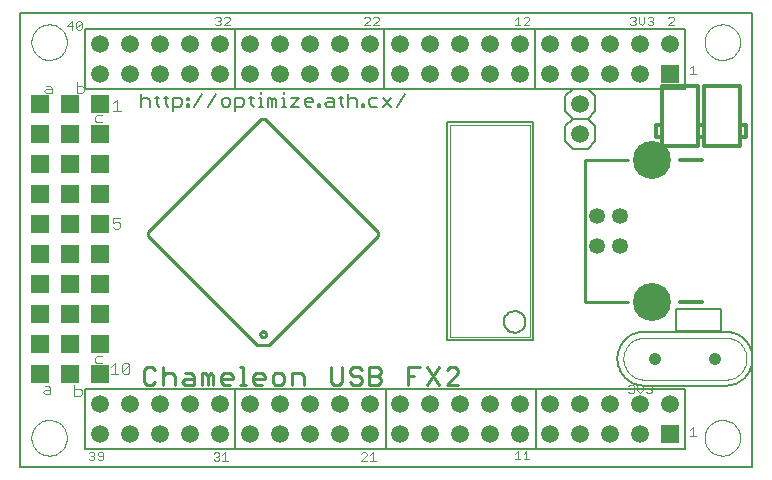
<source format=gbr>
G75*
G70*
%OFA0B0*%
%FSLAX24Y24*%
%IPPOS*%
%LPD*%
%AMOC8*
5,1,8,0,0,1.08239X$1,22.5*
%
%ADD10C,0.0079*%
%ADD11C,0.0110*%
%ADD12C,0.0080*%
%ADD13C,0.0000*%
%ADD14C,0.0059*%
%ADD15C,0.0040*%
%ADD16C,0.0060*%
%ADD17C,0.0020*%
%ADD18C,0.0531*%
%ADD19C,0.1266*%
%ADD20C,0.0100*%
%ADD21C,0.0120*%
%ADD22C,0.0413*%
%ADD23C,0.0591*%
%ADD24R,0.0591X0.0591*%
%ADD25C,0.0050*%
D10*
X001824Y001340D02*
X026234Y001340D01*
X026234Y016498D01*
X001824Y016498D01*
X001824Y001340D01*
D11*
X005960Y004196D02*
X006058Y004097D01*
X006255Y004097D01*
X006354Y004196D01*
X006604Y004097D02*
X006604Y004688D01*
X006703Y004491D02*
X006900Y004491D01*
X006998Y004392D01*
X006998Y004097D01*
X007249Y004196D02*
X007347Y004294D01*
X007643Y004294D01*
X007643Y004392D02*
X007643Y004097D01*
X007347Y004097D01*
X007249Y004196D01*
X007544Y004491D02*
X007643Y004392D01*
X007544Y004491D02*
X007347Y004491D01*
X007894Y004491D02*
X007992Y004491D01*
X008090Y004392D01*
X008189Y004491D01*
X008287Y004392D01*
X008287Y004097D01*
X008090Y004097D02*
X008090Y004392D01*
X007894Y004491D02*
X007894Y004097D01*
X008538Y004196D02*
X008636Y004097D01*
X008833Y004097D01*
X008932Y004294D02*
X008538Y004294D01*
X008538Y004196D02*
X008538Y004392D01*
X008636Y004491D01*
X008833Y004491D01*
X008932Y004392D01*
X008932Y004294D01*
X009183Y004097D02*
X009379Y004097D01*
X009281Y004097D02*
X009281Y004688D01*
X009183Y004688D01*
X009612Y004392D02*
X009711Y004491D01*
X009908Y004491D01*
X010006Y004392D01*
X010006Y004294D01*
X009612Y004294D01*
X009612Y004196D02*
X009612Y004392D01*
X009612Y004196D02*
X009711Y004097D01*
X009908Y004097D01*
X010257Y004196D02*
X010355Y004097D01*
X010552Y004097D01*
X010650Y004196D01*
X010650Y004392D01*
X010552Y004491D01*
X010355Y004491D01*
X010257Y004392D01*
X010257Y004196D01*
X010901Y004097D02*
X010901Y004491D01*
X011197Y004491D01*
X011295Y004392D01*
X011295Y004097D01*
X012190Y004196D02*
X012289Y004097D01*
X012486Y004097D01*
X012584Y004196D01*
X012584Y004688D01*
X012835Y004589D02*
X012835Y004491D01*
X012933Y004392D01*
X013130Y004392D01*
X013229Y004294D01*
X013229Y004196D01*
X013130Y004097D01*
X012933Y004097D01*
X012835Y004196D01*
X012835Y004589D02*
X012933Y004688D01*
X013130Y004688D01*
X013229Y004589D01*
X013479Y004688D02*
X013775Y004688D01*
X013873Y004589D01*
X013873Y004491D01*
X013775Y004392D01*
X013479Y004392D01*
X013775Y004392D02*
X013873Y004294D01*
X013873Y004196D01*
X013775Y004097D01*
X013479Y004097D01*
X013479Y004688D01*
X014769Y004688D02*
X014769Y004097D01*
X014769Y004392D02*
X014965Y004392D01*
X014769Y004688D02*
X015162Y004688D01*
X015413Y004688D02*
X015807Y004097D01*
X016058Y004097D02*
X016451Y004491D01*
X016451Y004589D01*
X016353Y004688D01*
X016156Y004688D01*
X016058Y004589D01*
X015807Y004688D02*
X015413Y004097D01*
X016058Y004097D02*
X016451Y004097D01*
X012190Y004196D02*
X012190Y004688D01*
X006703Y004491D02*
X006604Y004392D01*
X006354Y004589D02*
X006255Y004688D01*
X006058Y004688D01*
X005960Y004589D01*
X005960Y004196D01*
D12*
X006950Y013227D02*
X006950Y013647D01*
X007160Y013647D01*
X007230Y013577D01*
X007230Y013437D01*
X007160Y013367D01*
X006950Y013367D01*
X006783Y013367D02*
X006713Y013437D01*
X006713Y013717D01*
X006643Y013647D02*
X006783Y013647D01*
X006476Y013647D02*
X006336Y013647D01*
X006406Y013717D02*
X006406Y013437D01*
X006476Y013367D01*
X006156Y013367D02*
X006156Y013577D01*
X006086Y013647D01*
X005946Y013647D01*
X005876Y013577D01*
X005876Y013787D02*
X005876Y013367D01*
X007410Y013367D02*
X007410Y013437D01*
X007480Y013437D01*
X007480Y013367D01*
X007410Y013367D01*
X007410Y013577D02*
X007410Y013647D01*
X007480Y013647D01*
X007480Y013577D01*
X007410Y013577D01*
X007640Y013367D02*
X007921Y013787D01*
X008101Y013367D02*
X008381Y013787D01*
X008561Y013577D02*
X008561Y013437D01*
X008631Y013367D01*
X008771Y013367D01*
X008841Y013437D01*
X008841Y013577D01*
X008771Y013647D01*
X008631Y013647D01*
X008561Y013577D01*
X009021Y013647D02*
X009232Y013647D01*
X009302Y013577D01*
X009302Y013437D01*
X009232Y013367D01*
X009021Y013367D01*
X009021Y013227D02*
X009021Y013647D01*
X009482Y013647D02*
X009622Y013647D01*
X009552Y013717D02*
X009552Y013437D01*
X009622Y013367D01*
X009789Y013367D02*
X009929Y013367D01*
X009859Y013367D02*
X009859Y013647D01*
X009789Y013647D01*
X009859Y013787D02*
X009859Y013857D01*
X010096Y013647D02*
X010166Y013647D01*
X010236Y013577D01*
X010306Y013647D01*
X010376Y013577D01*
X010376Y013367D01*
X010236Y013367D02*
X010236Y013577D01*
X010096Y013647D02*
X010096Y013367D01*
X010556Y013367D02*
X010696Y013367D01*
X010626Y013367D02*
X010626Y013647D01*
X010556Y013647D01*
X010626Y013787D02*
X010626Y013857D01*
X010863Y013647D02*
X011143Y013647D01*
X010863Y013367D01*
X011143Y013367D01*
X011323Y013437D02*
X011323Y013577D01*
X011393Y013647D01*
X011533Y013647D01*
X011603Y013577D01*
X011603Y013507D01*
X011323Y013507D01*
X011323Y013437D02*
X011393Y013367D01*
X011533Y013367D01*
X011784Y013367D02*
X011854Y013367D01*
X011854Y013437D01*
X011784Y013437D01*
X011784Y013367D01*
X012014Y013437D02*
X012084Y013507D01*
X012294Y013507D01*
X012294Y013577D02*
X012294Y013367D01*
X012084Y013367D01*
X012014Y013437D01*
X012224Y013647D02*
X012294Y013577D01*
X012224Y013647D02*
X012084Y013647D01*
X012474Y013647D02*
X012614Y013647D01*
X012544Y013717D02*
X012544Y013437D01*
X012614Y013367D01*
X012781Y013367D02*
X012781Y013787D01*
X012851Y013647D02*
X012991Y013647D01*
X013061Y013577D01*
X013061Y013367D01*
X013241Y013367D02*
X013311Y013367D01*
X013311Y013437D01*
X013241Y013437D01*
X013241Y013367D01*
X013471Y013437D02*
X013471Y013577D01*
X013542Y013647D01*
X013752Y013647D01*
X013932Y013647D02*
X014212Y013367D01*
X014392Y013367D02*
X014672Y013787D01*
X014212Y013647D02*
X013932Y013367D01*
X013752Y013367D02*
X013542Y013367D01*
X013471Y013437D01*
X012851Y013647D02*
X012781Y013577D01*
D13*
X002218Y015514D02*
X002220Y015568D01*
X002228Y015621D01*
X002240Y015673D01*
X002257Y015725D01*
X002278Y015774D01*
X002304Y015821D01*
X002334Y015866D01*
X002368Y015907D01*
X002406Y015946D01*
X002447Y015981D01*
X002491Y016012D01*
X002537Y016039D01*
X002586Y016061D01*
X002637Y016079D01*
X002689Y016093D01*
X002742Y016101D01*
X002796Y016105D01*
X002849Y016104D01*
X002903Y016098D01*
X002955Y016087D01*
X003007Y016071D01*
X003057Y016051D01*
X003104Y016026D01*
X003150Y015997D01*
X003192Y015964D01*
X003232Y015927D01*
X003267Y015887D01*
X003299Y015844D01*
X003327Y015798D01*
X003351Y015749D01*
X003370Y015699D01*
X003385Y015647D01*
X003394Y015594D01*
X003399Y015541D01*
X003399Y015487D01*
X003394Y015434D01*
X003385Y015381D01*
X003370Y015329D01*
X003351Y015279D01*
X003327Y015230D01*
X003299Y015184D01*
X003267Y015141D01*
X003232Y015101D01*
X003192Y015064D01*
X003150Y015031D01*
X003105Y015002D01*
X003057Y014977D01*
X003007Y014957D01*
X002955Y014941D01*
X002903Y014930D01*
X002849Y014924D01*
X002796Y014923D01*
X002742Y014927D01*
X002689Y014935D01*
X002637Y014949D01*
X002586Y014967D01*
X002537Y014989D01*
X002491Y015016D01*
X002447Y015047D01*
X002406Y015082D01*
X002368Y015121D01*
X002334Y015162D01*
X002304Y015207D01*
X002278Y015254D01*
X002257Y015303D01*
X002240Y015355D01*
X002228Y015407D01*
X002220Y015460D01*
X002218Y015514D01*
X002218Y002325D02*
X002220Y002379D01*
X002228Y002432D01*
X002240Y002484D01*
X002257Y002536D01*
X002278Y002585D01*
X002304Y002632D01*
X002334Y002677D01*
X002368Y002718D01*
X002406Y002757D01*
X002447Y002792D01*
X002491Y002823D01*
X002537Y002850D01*
X002586Y002872D01*
X002637Y002890D01*
X002689Y002904D01*
X002742Y002912D01*
X002796Y002916D01*
X002849Y002915D01*
X002903Y002909D01*
X002955Y002898D01*
X003007Y002882D01*
X003057Y002862D01*
X003104Y002837D01*
X003150Y002808D01*
X003192Y002775D01*
X003232Y002738D01*
X003267Y002698D01*
X003299Y002655D01*
X003327Y002609D01*
X003351Y002560D01*
X003370Y002510D01*
X003385Y002458D01*
X003394Y002405D01*
X003399Y002352D01*
X003399Y002298D01*
X003394Y002245D01*
X003385Y002192D01*
X003370Y002140D01*
X003351Y002090D01*
X003327Y002041D01*
X003299Y001995D01*
X003267Y001952D01*
X003232Y001912D01*
X003192Y001875D01*
X003150Y001842D01*
X003105Y001813D01*
X003057Y001788D01*
X003007Y001768D01*
X002955Y001752D01*
X002903Y001741D01*
X002849Y001735D01*
X002796Y001734D01*
X002742Y001738D01*
X002689Y001746D01*
X002637Y001760D01*
X002586Y001778D01*
X002537Y001800D01*
X002491Y001827D01*
X002447Y001858D01*
X002406Y001893D01*
X002368Y001932D01*
X002334Y001973D01*
X002304Y002018D01*
X002278Y002065D01*
X002257Y002114D01*
X002240Y002166D01*
X002228Y002218D01*
X002220Y002271D01*
X002218Y002325D01*
X024658Y002325D02*
X024660Y002379D01*
X024668Y002432D01*
X024680Y002484D01*
X024697Y002536D01*
X024718Y002585D01*
X024744Y002632D01*
X024774Y002677D01*
X024808Y002718D01*
X024846Y002757D01*
X024887Y002792D01*
X024931Y002823D01*
X024977Y002850D01*
X025026Y002872D01*
X025077Y002890D01*
X025129Y002904D01*
X025182Y002912D01*
X025236Y002916D01*
X025289Y002915D01*
X025343Y002909D01*
X025395Y002898D01*
X025447Y002882D01*
X025497Y002862D01*
X025544Y002837D01*
X025590Y002808D01*
X025632Y002775D01*
X025672Y002738D01*
X025707Y002698D01*
X025739Y002655D01*
X025767Y002609D01*
X025791Y002560D01*
X025810Y002510D01*
X025825Y002458D01*
X025834Y002405D01*
X025839Y002352D01*
X025839Y002298D01*
X025834Y002245D01*
X025825Y002192D01*
X025810Y002140D01*
X025791Y002090D01*
X025767Y002041D01*
X025739Y001995D01*
X025707Y001952D01*
X025672Y001912D01*
X025632Y001875D01*
X025590Y001842D01*
X025545Y001813D01*
X025497Y001788D01*
X025447Y001768D01*
X025395Y001752D01*
X025343Y001741D01*
X025289Y001735D01*
X025236Y001734D01*
X025182Y001738D01*
X025129Y001746D01*
X025077Y001760D01*
X025026Y001778D01*
X024977Y001800D01*
X024931Y001827D01*
X024887Y001858D01*
X024846Y001893D01*
X024808Y001932D01*
X024774Y001973D01*
X024744Y002018D01*
X024718Y002065D01*
X024697Y002114D01*
X024680Y002166D01*
X024668Y002218D01*
X024660Y002271D01*
X024658Y002325D01*
X024658Y015514D02*
X024660Y015568D01*
X024668Y015621D01*
X024680Y015673D01*
X024697Y015725D01*
X024718Y015774D01*
X024744Y015821D01*
X024774Y015866D01*
X024808Y015907D01*
X024846Y015946D01*
X024887Y015981D01*
X024931Y016012D01*
X024977Y016039D01*
X025026Y016061D01*
X025077Y016079D01*
X025129Y016093D01*
X025182Y016101D01*
X025236Y016105D01*
X025289Y016104D01*
X025343Y016098D01*
X025395Y016087D01*
X025447Y016071D01*
X025497Y016051D01*
X025544Y016026D01*
X025590Y015997D01*
X025632Y015964D01*
X025672Y015927D01*
X025707Y015887D01*
X025739Y015844D01*
X025767Y015798D01*
X025791Y015749D01*
X025810Y015699D01*
X025825Y015647D01*
X025834Y015594D01*
X025839Y015541D01*
X025839Y015487D01*
X025834Y015434D01*
X025825Y015381D01*
X025810Y015329D01*
X025791Y015279D01*
X025767Y015230D01*
X025739Y015184D01*
X025707Y015141D01*
X025672Y015101D01*
X025632Y015064D01*
X025590Y015031D01*
X025545Y015002D01*
X025497Y014977D01*
X025447Y014957D01*
X025395Y014941D01*
X025343Y014930D01*
X025289Y014924D01*
X025236Y014923D01*
X025182Y014927D01*
X025129Y014935D01*
X025077Y014949D01*
X025026Y014967D01*
X024977Y014989D01*
X024931Y015016D01*
X024887Y015047D01*
X024846Y015082D01*
X024808Y015121D01*
X024774Y015162D01*
X024744Y015207D01*
X024718Y015254D01*
X024697Y015303D01*
X024680Y015355D01*
X024668Y015407D01*
X024660Y015460D01*
X024658Y015514D01*
D14*
X018999Y015957D02*
X018999Y013988D01*
X013980Y013988D02*
X013980Y015957D01*
X009009Y015957D02*
X009009Y013988D01*
X023720Y006629D02*
X023720Y005879D01*
X025220Y005879D01*
X025220Y006629D01*
X023720Y006629D01*
X019049Y003949D02*
X019049Y001980D01*
X014029Y001980D02*
X014029Y003949D01*
X009009Y003949D02*
X009009Y001980D01*
D15*
X008679Y001838D02*
X008679Y001557D01*
X008586Y001557D02*
X008773Y001557D01*
X008586Y001744D02*
X008679Y001838D01*
X008478Y001791D02*
X008478Y001744D01*
X008431Y001697D01*
X008478Y001651D01*
X008478Y001604D01*
X008431Y001557D01*
X008338Y001557D01*
X008291Y001604D01*
X008384Y001697D02*
X008431Y001697D01*
X008478Y001791D02*
X008431Y001838D01*
X008338Y001838D01*
X008291Y001791D01*
X004609Y001811D02*
X004609Y001624D01*
X004562Y001577D01*
X004469Y001577D01*
X004422Y001624D01*
X004469Y001717D02*
X004609Y001717D01*
X004609Y001811D02*
X004562Y001857D01*
X004469Y001857D01*
X004422Y001811D01*
X004422Y001764D01*
X004469Y001717D01*
X004315Y001670D02*
X004315Y001624D01*
X004268Y001577D01*
X004174Y001577D01*
X004128Y001624D01*
X004221Y001717D02*
X004268Y001717D01*
X004315Y001670D01*
X004268Y001717D02*
X004315Y001764D01*
X004315Y001811D01*
X004268Y001857D01*
X004174Y001857D01*
X004128Y001811D01*
X003835Y003723D02*
X003655Y003723D01*
X003655Y004083D01*
X003655Y003963D02*
X003835Y003963D01*
X003895Y003903D01*
X003895Y003783D01*
X003835Y003723D01*
X002852Y003801D02*
X002672Y003801D01*
X002612Y003861D01*
X002672Y003921D01*
X002852Y003921D01*
X002852Y003982D02*
X002852Y003801D01*
X002852Y003982D02*
X002792Y004042D01*
X002672Y004042D01*
X004344Y004865D02*
X004404Y004805D01*
X004584Y004805D01*
X004344Y004865D02*
X004344Y004985D01*
X004404Y005046D01*
X004584Y005046D01*
X004876Y004691D02*
X004996Y004811D01*
X004996Y004451D01*
X004876Y004451D02*
X005116Y004451D01*
X005244Y004511D02*
X005484Y004751D01*
X005484Y004511D01*
X005424Y004451D01*
X005304Y004451D01*
X005244Y004511D01*
X005244Y004751D01*
X005304Y004811D01*
X005424Y004811D01*
X005484Y004751D01*
X005115Y009294D02*
X004995Y009294D01*
X004935Y009354D01*
X004935Y009474D02*
X005055Y009534D01*
X005115Y009534D01*
X005175Y009474D01*
X005175Y009354D01*
X005115Y009294D01*
X004935Y009474D02*
X004935Y009654D01*
X005175Y009654D01*
X004584Y012837D02*
X004404Y012837D01*
X004344Y012897D01*
X004344Y013017D01*
X004404Y013077D01*
X004584Y013077D01*
X004954Y013231D02*
X005195Y013231D01*
X005075Y013231D02*
X005075Y013591D01*
X004954Y013471D01*
X003974Y013881D02*
X003974Y014001D01*
X003914Y014061D01*
X003734Y014061D01*
X003734Y014181D02*
X003734Y013821D01*
X003914Y013821D01*
X003974Y013881D01*
X002892Y013941D02*
X002711Y013941D01*
X002651Y013881D01*
X002711Y013821D01*
X002892Y013821D01*
X002892Y014001D01*
X002831Y014061D01*
X002711Y014061D01*
X003559Y015927D02*
X003559Y016208D01*
X003419Y016068D01*
X003606Y016068D01*
X003714Y016161D02*
X003714Y015974D01*
X003901Y016161D01*
X003901Y015974D01*
X003854Y015927D01*
X003760Y015927D01*
X003714Y015974D01*
X003714Y016161D02*
X003760Y016208D01*
X003854Y016208D01*
X003901Y016161D01*
X008340Y016122D02*
X008387Y016075D01*
X008480Y016075D01*
X008527Y016122D01*
X008527Y016168D01*
X008480Y016215D01*
X008434Y016215D01*
X008480Y016215D02*
X008527Y016262D01*
X008527Y016309D01*
X008480Y016355D01*
X008387Y016355D01*
X008340Y016309D01*
X008635Y016309D02*
X008682Y016355D01*
X008775Y016355D01*
X008822Y016309D01*
X008822Y016262D01*
X008635Y016075D01*
X008822Y016075D01*
X013311Y016075D02*
X013498Y016262D01*
X013498Y016309D01*
X013451Y016355D01*
X013357Y016355D01*
X013311Y016309D01*
X013311Y016075D02*
X013498Y016075D01*
X013605Y016075D02*
X013792Y016262D01*
X013792Y016309D01*
X013746Y016355D01*
X013652Y016355D01*
X013605Y016309D01*
X013605Y016075D02*
X013792Y016075D01*
X018330Y016075D02*
X018517Y016075D01*
X018424Y016075D02*
X018424Y016355D01*
X018330Y016262D01*
X018625Y016309D02*
X018672Y016355D01*
X018765Y016355D01*
X018812Y016309D01*
X018812Y016262D01*
X018625Y016075D01*
X018812Y016075D01*
X022169Y016122D02*
X022216Y016075D01*
X022309Y016075D01*
X022356Y016122D01*
X022356Y016168D01*
X022309Y016215D01*
X022262Y016215D01*
X022309Y016215D02*
X022356Y016262D01*
X022356Y016309D01*
X022309Y016355D01*
X022216Y016355D01*
X022169Y016309D01*
X022464Y016355D02*
X022464Y016168D01*
X022557Y016075D01*
X022651Y016168D01*
X022651Y016355D01*
X022758Y016309D02*
X022805Y016355D01*
X022898Y016355D01*
X022945Y016309D01*
X022945Y016262D01*
X022898Y016215D01*
X022945Y016168D01*
X022945Y016122D01*
X022898Y016075D01*
X022805Y016075D01*
X022758Y016122D01*
X022852Y016215D02*
X022898Y016215D01*
X023449Y016309D02*
X023495Y016355D01*
X023589Y016355D01*
X023635Y016309D01*
X023635Y016262D01*
X023449Y016075D01*
X023635Y016075D01*
X024280Y014731D02*
X024280Y014451D01*
X024187Y014451D02*
X024374Y014451D01*
X024187Y014638D02*
X024280Y014731D01*
X022849Y004101D02*
X022896Y004055D01*
X022896Y004008D01*
X022849Y003961D01*
X022896Y003914D01*
X022896Y003868D01*
X022849Y003821D01*
X022756Y003821D01*
X022709Y003868D01*
X022601Y003914D02*
X022601Y004101D01*
X022709Y004055D02*
X022756Y004101D01*
X022849Y004101D01*
X022849Y003961D02*
X022803Y003961D01*
X022601Y003914D02*
X022508Y003821D01*
X022414Y003914D01*
X022414Y004101D01*
X022307Y004055D02*
X022307Y004008D01*
X022260Y003961D01*
X022307Y003914D01*
X022307Y003868D01*
X022260Y003821D01*
X022167Y003821D01*
X022120Y003868D01*
X022213Y003961D02*
X022260Y003961D01*
X022307Y004055D02*
X022260Y004101D01*
X022167Y004101D01*
X022120Y004055D01*
X024187Y002581D02*
X024280Y002674D01*
X024280Y002394D01*
X024187Y002394D02*
X024374Y002394D01*
X018812Y001607D02*
X018625Y001607D01*
X018719Y001607D02*
X018719Y001887D01*
X018625Y001793D01*
X018424Y001887D02*
X018424Y001607D01*
X018517Y001607D02*
X018330Y001607D01*
X018330Y001793D02*
X018424Y001887D01*
X013694Y001557D02*
X013507Y001557D01*
X013600Y001557D02*
X013600Y001838D01*
X013507Y001744D01*
X013399Y001744D02*
X013212Y001557D01*
X013399Y001557D01*
X013399Y001744D02*
X013399Y001791D01*
X013352Y001838D01*
X013259Y001838D01*
X013212Y001791D01*
D16*
X016078Y005590D02*
X018929Y005590D01*
X018929Y012841D01*
X016078Y012841D01*
X016078Y005590D01*
X017968Y006190D02*
X017970Y006228D01*
X017976Y006266D01*
X017986Y006303D01*
X018000Y006339D01*
X018018Y006373D01*
X018039Y006405D01*
X018063Y006434D01*
X018091Y006461D01*
X018121Y006485D01*
X018154Y006505D01*
X018188Y006522D01*
X018224Y006535D01*
X018261Y006544D01*
X018299Y006549D01*
X018338Y006550D01*
X018376Y006547D01*
X018413Y006540D01*
X018450Y006529D01*
X018485Y006514D01*
X018519Y006495D01*
X018550Y006473D01*
X018579Y006448D01*
X018605Y006420D01*
X018628Y006389D01*
X018647Y006356D01*
X018663Y006321D01*
X018675Y006285D01*
X018683Y006247D01*
X018687Y006209D01*
X018687Y006171D01*
X018683Y006133D01*
X018675Y006095D01*
X018663Y006059D01*
X018647Y006024D01*
X018628Y005991D01*
X018605Y005960D01*
X018579Y005932D01*
X018550Y005907D01*
X018519Y005885D01*
X018485Y005866D01*
X018450Y005851D01*
X018413Y005840D01*
X018376Y005833D01*
X018338Y005830D01*
X018299Y005831D01*
X018261Y005836D01*
X018224Y005845D01*
X018188Y005858D01*
X018154Y005875D01*
X018121Y005895D01*
X018091Y005919D01*
X018063Y005946D01*
X018039Y005975D01*
X018018Y006007D01*
X018000Y006041D01*
X017986Y006077D01*
X017976Y006114D01*
X017970Y006152D01*
X017968Y006190D01*
X022653Y005865D02*
X025353Y005865D01*
X025412Y005863D01*
X025470Y005857D01*
X025529Y005848D01*
X025586Y005834D01*
X025642Y005817D01*
X025697Y005796D01*
X025751Y005772D01*
X025803Y005744D01*
X025853Y005713D01*
X025901Y005679D01*
X025946Y005642D01*
X025989Y005601D01*
X026030Y005558D01*
X026067Y005513D01*
X026101Y005465D01*
X026132Y005415D01*
X026160Y005363D01*
X026184Y005309D01*
X026205Y005254D01*
X026222Y005198D01*
X026236Y005141D01*
X026245Y005082D01*
X026251Y005024D01*
X026253Y004965D01*
X026251Y004906D01*
X026245Y004848D01*
X026236Y004789D01*
X026222Y004732D01*
X026205Y004676D01*
X026184Y004621D01*
X026160Y004567D01*
X026132Y004515D01*
X026101Y004465D01*
X026067Y004417D01*
X026030Y004372D01*
X025989Y004329D01*
X025946Y004288D01*
X025901Y004251D01*
X025853Y004217D01*
X025803Y004186D01*
X025751Y004158D01*
X025697Y004134D01*
X025642Y004113D01*
X025586Y004096D01*
X025529Y004082D01*
X025470Y004073D01*
X025412Y004067D01*
X025353Y004065D01*
X022653Y004065D01*
X022594Y004067D01*
X022536Y004073D01*
X022477Y004082D01*
X022420Y004096D01*
X022364Y004113D01*
X022309Y004134D01*
X022255Y004158D01*
X022203Y004186D01*
X022153Y004217D01*
X022105Y004251D01*
X022060Y004288D01*
X022017Y004329D01*
X021976Y004372D01*
X021939Y004417D01*
X021905Y004465D01*
X021874Y004515D01*
X021846Y004567D01*
X021822Y004621D01*
X021801Y004676D01*
X021784Y004732D01*
X021770Y004789D01*
X021761Y004848D01*
X021755Y004906D01*
X021753Y004965D01*
X021755Y005024D01*
X021761Y005082D01*
X021770Y005141D01*
X021784Y005198D01*
X021801Y005254D01*
X021822Y005309D01*
X021846Y005363D01*
X021874Y005415D01*
X021905Y005465D01*
X021939Y005513D01*
X021976Y005558D01*
X022017Y005601D01*
X022060Y005642D01*
X022105Y005679D01*
X022153Y005713D01*
X022203Y005744D01*
X022255Y005772D01*
X022309Y005796D01*
X022364Y005817D01*
X022420Y005834D01*
X022477Y005848D01*
X022536Y005857D01*
X022594Y005863D01*
X022653Y005865D01*
X020757Y011965D02*
X020257Y011965D01*
X020007Y012215D01*
X020007Y012715D01*
X020257Y012965D01*
X020007Y013215D01*
X020007Y013715D01*
X020257Y013965D01*
X020757Y013965D01*
X021007Y013715D01*
X021007Y013215D01*
X020757Y012965D01*
X021007Y012715D01*
X021007Y012215D01*
X020757Y011965D01*
X020757Y012965D02*
X020257Y012965D01*
D17*
X018829Y012741D02*
X016178Y012741D01*
X016178Y005690D01*
X018829Y005690D01*
X018829Y012741D01*
X022653Y005665D02*
X025353Y005665D01*
X025405Y005663D01*
X025457Y005657D01*
X025509Y005647D01*
X025559Y005634D01*
X025609Y005617D01*
X025657Y005596D01*
X025703Y005571D01*
X025747Y005543D01*
X025789Y005512D01*
X025829Y005478D01*
X025866Y005441D01*
X025900Y005401D01*
X025931Y005359D01*
X025959Y005315D01*
X025984Y005269D01*
X026005Y005221D01*
X026022Y005171D01*
X026035Y005121D01*
X026045Y005069D01*
X026051Y005017D01*
X026053Y004965D01*
X026051Y004913D01*
X026045Y004861D01*
X026035Y004809D01*
X026022Y004759D01*
X026005Y004709D01*
X025984Y004661D01*
X025959Y004615D01*
X025931Y004571D01*
X025900Y004529D01*
X025866Y004489D01*
X025829Y004452D01*
X025789Y004418D01*
X025747Y004387D01*
X025703Y004359D01*
X025657Y004334D01*
X025609Y004313D01*
X025559Y004296D01*
X025509Y004283D01*
X025457Y004273D01*
X025405Y004267D01*
X025353Y004265D01*
X022653Y004265D01*
X022601Y004267D01*
X022549Y004273D01*
X022497Y004283D01*
X022447Y004296D01*
X022397Y004313D01*
X022349Y004334D01*
X022303Y004359D01*
X022259Y004387D01*
X022217Y004418D01*
X022177Y004452D01*
X022140Y004489D01*
X022106Y004529D01*
X022075Y004571D01*
X022047Y004615D01*
X022022Y004661D01*
X022001Y004709D01*
X021984Y004759D01*
X021971Y004809D01*
X021961Y004861D01*
X021955Y004913D01*
X021953Y004965D01*
X021955Y005017D01*
X021961Y005069D01*
X021971Y005121D01*
X021984Y005171D01*
X022001Y005221D01*
X022022Y005269D01*
X022047Y005315D01*
X022075Y005359D01*
X022106Y005401D01*
X022140Y005441D01*
X022177Y005478D01*
X022217Y005512D01*
X022259Y005543D01*
X022303Y005571D01*
X022349Y005596D01*
X022397Y005617D01*
X022447Y005634D01*
X022497Y005647D01*
X022549Y005657D01*
X022601Y005663D01*
X022653Y005665D01*
D18*
X021854Y008722D03*
X021066Y008722D03*
X021066Y009707D03*
X021854Y009707D03*
D19*
X022917Y011577D03*
X022917Y006852D03*
D20*
X022090Y006852D02*
X020673Y006852D01*
X020673Y011577D01*
X022090Y011577D01*
X013772Y009186D02*
X013772Y009046D01*
X010153Y005427D01*
X009736Y005427D01*
X006116Y009046D01*
X006116Y009186D01*
X009875Y012944D01*
X010014Y012944D01*
X013772Y009186D01*
X009846Y005775D02*
X009848Y005795D01*
X009854Y005814D01*
X009864Y005831D01*
X009876Y005846D01*
X009892Y005858D01*
X009910Y005867D01*
X009929Y005872D01*
X009949Y005873D01*
X009969Y005870D01*
X009987Y005863D01*
X010004Y005852D01*
X010018Y005839D01*
X010030Y005823D01*
X010038Y005804D01*
X010041Y005785D01*
X010041Y005765D01*
X010038Y005746D01*
X010030Y005727D01*
X010018Y005711D01*
X010004Y005698D01*
X009987Y005687D01*
X009969Y005680D01*
X009949Y005677D01*
X009929Y005678D01*
X009910Y005683D01*
X009892Y005692D01*
X009876Y005704D01*
X009864Y005719D01*
X009854Y005736D01*
X009848Y005755D01*
X009846Y005775D01*
D21*
X023052Y012341D02*
X023252Y012341D01*
X023252Y012041D01*
X024452Y012041D01*
X024452Y012341D01*
X024652Y012341D01*
X024652Y012741D01*
X024452Y012741D01*
X024452Y014041D01*
X023252Y014041D01*
X023252Y012741D01*
X023052Y012741D01*
X023052Y012341D01*
X023252Y012341D02*
X023252Y012741D01*
X024452Y012741D02*
X024452Y012341D01*
X024453Y012341D02*
X024653Y012341D01*
X024653Y012041D01*
X025853Y012041D01*
X025853Y012341D01*
X026053Y012341D01*
X026053Y012741D01*
X025853Y012741D01*
X025853Y014041D01*
X024653Y014041D01*
X024653Y012741D01*
X024453Y012741D01*
X024453Y012341D01*
X024653Y012341D02*
X024653Y012741D01*
X025853Y012741D02*
X025853Y012341D01*
X024578Y011577D02*
X023822Y011577D01*
X023822Y006852D02*
X024578Y006852D01*
D22*
X025003Y004965D03*
X023003Y004965D03*
D23*
X022503Y003465D03*
X023503Y003465D03*
X022503Y002465D03*
X021503Y002465D03*
X020503Y002465D03*
X019503Y002465D03*
X018503Y002465D03*
X017503Y002465D03*
X016503Y002465D03*
X015503Y002465D03*
X014503Y002465D03*
X013503Y002465D03*
X012503Y002465D03*
X011503Y002465D03*
X010503Y002465D03*
X009503Y002465D03*
X008503Y002465D03*
X007503Y002465D03*
X006503Y002465D03*
X005503Y002465D03*
X004503Y002465D03*
X004503Y003465D03*
X005503Y003465D03*
X006503Y003465D03*
X007503Y003465D03*
X008503Y003465D03*
X009503Y003465D03*
X010503Y003465D03*
X011503Y003465D03*
X012503Y003465D03*
X013503Y003465D03*
X014503Y003465D03*
X015503Y003465D03*
X016503Y003465D03*
X017503Y003465D03*
X018503Y003465D03*
X019503Y003465D03*
X020503Y003465D03*
X021503Y003465D03*
X020507Y012465D03*
X020507Y013465D03*
X020503Y014465D03*
X019503Y014465D03*
X018503Y014465D03*
X017503Y014465D03*
X016503Y014465D03*
X015503Y014465D03*
X014503Y014465D03*
X013503Y014465D03*
X012503Y014465D03*
X011503Y014465D03*
X010503Y014465D03*
X009503Y014465D03*
X008503Y014465D03*
X007503Y014465D03*
X006503Y014465D03*
X005503Y014465D03*
X004503Y014465D03*
X004503Y015465D03*
X005503Y015465D03*
X006503Y015465D03*
X007503Y015465D03*
X008503Y015465D03*
X009503Y015465D03*
X010503Y015465D03*
X011503Y015465D03*
X012503Y015465D03*
X013503Y015465D03*
X014503Y015465D03*
X015503Y015465D03*
X016503Y015465D03*
X017503Y015465D03*
X018503Y015465D03*
X019503Y015465D03*
X020503Y015465D03*
X021503Y015465D03*
X022503Y015465D03*
X023503Y015465D03*
X022503Y014465D03*
X021503Y014465D03*
D24*
X023503Y014465D03*
X023503Y002465D03*
X004503Y004440D03*
X003503Y004440D03*
X002503Y004440D03*
X002503Y005440D03*
X003503Y005440D03*
X004503Y005440D03*
X004503Y006440D03*
X003503Y006440D03*
X002503Y006440D03*
X002503Y007440D03*
X003503Y007440D03*
X004503Y007440D03*
X004503Y008440D03*
X003503Y008440D03*
X002503Y008440D03*
X002503Y009440D03*
X003503Y009440D03*
X004503Y009440D03*
X004503Y010440D03*
X003503Y010440D03*
X002503Y010440D03*
X002503Y011440D03*
X003503Y011440D03*
X004503Y011440D03*
X004503Y012440D03*
X003503Y012440D03*
X002503Y012440D03*
X002503Y013440D03*
X003503Y013440D03*
X004503Y013440D03*
D25*
X004003Y013965D02*
X004003Y015965D01*
X024003Y015965D01*
X024003Y013965D01*
X004003Y013965D01*
X004003Y003965D02*
X024003Y003965D01*
X024003Y001965D01*
X004003Y001965D01*
X004003Y003965D01*
M02*

</source>
